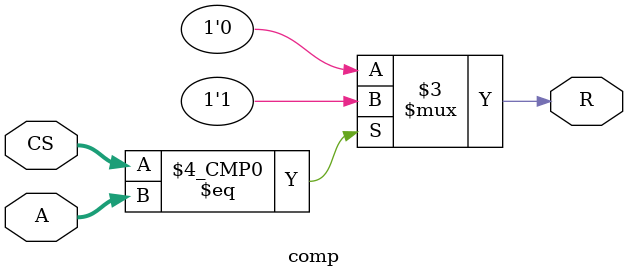
<source format=v>
module comp(CS,A,R);
	input [3:0]CS,A;
	output R;
	reg R;
	always @(CS,A,R)
		case(CS)
			A       :R<=1'b1;
			default :R<=1'b0;
		endcase
endmodule
</source>
